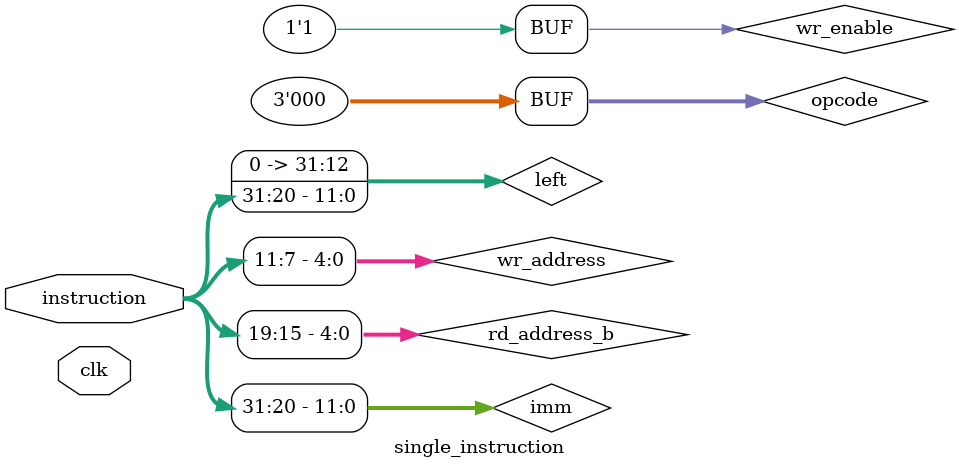
<source format=v>
`default_nettype none

module single_instruction (
    clk,
    instruction
);
    input clk;
    input wire [31:0] instruction;
    
    wire wr_enable;
    wire [4:0] rd_address_a,rd_address_b,wr_address;
    wire [31:0] wr_data,data_out_a,data_out_b;

    
    
    assign wr_enable=1;
    
    
    register_memory reg_mem (
        .clk (clk),
        .rd_address_a (rd_address_a),
        .rd_address_b (rd_address_b),
        .wr_enable (wr_enable),
        .wr_address (wr_address),
        .wr_data (wr_data),
        .data_out_a (data_out_a),
        .data_out_b (data_out_b));

    //ALU
    alu ALU(.opcode (opcode),.left (left),.right (right),.result (result));

    //ALU -> ADDI
    wire [2:0] opcode;
    wire [31:0] left, right, result;
    wire [4:0] rd,rs1;
    wire [11:0] imm;
    assign opcode=3'd0;
    assign left = {20'b0,imm}; assign imm=instruction[31:20];
    assign right = data_out_b; assign rd_address_b=instruction[19:15];
    assign wr_address = instruction[11:7];
    assign wr_data = result;

    
    //imm[11:0] rs1 000 rd 0010011 I addi


endmodule
</source>
